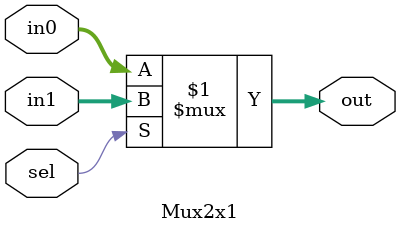
<source format=v>
module Mux2x1(sel, in0, in1, out);

parameter BIT_WIDTH = 32;

input sel;
input [BIT_WIDTH - 1 : 0]  in0;
input [BIT_WIDTH - 1 : 0]  in1;
output [BIT_WIDTH - 1 : 0]  out;

assign out = (sel) ? in1 : in0;

endmodule

</source>
